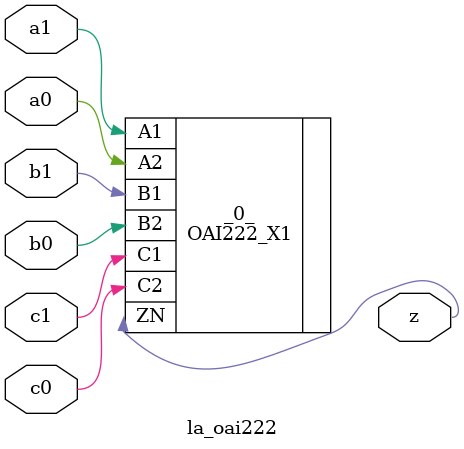
<source format=v>
/* Generated by Yosys 0.37 (git sha1 a5c7f69ed, clang 14.0.0-1ubuntu1.1 -fPIC -Os) */

module la_oai222(a0, a1, b0, b1, c0, c1, z);
  input a0;
  wire a0;
  input a1;
  wire a1;
  input b0;
  wire b0;
  input b1;
  wire b1;
  input c0;
  wire c0;
  input c1;
  wire c1;
  output z;
  wire z;
  OAI222_X1 _0_ (
    .A1(a1),
    .A2(a0),
    .B1(b1),
    .B2(b0),
    .C1(c1),
    .C2(c0),
    .ZN(z)
  );
endmodule

</source>
